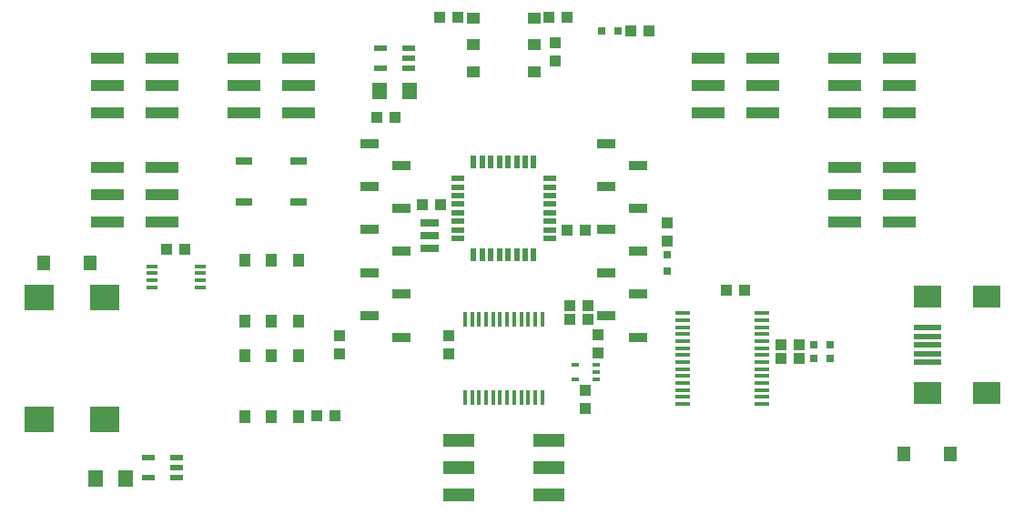
<source format=gbr>
G04 EAGLE Gerber RS-274X export*
G75*
%MOMM*%
%FSLAX34Y34*%
%LPD*%
%INSolderpaste Top*%
%IPPOS*%
%AMOC8*
5,1,8,0,0,1.08239X$1,22.5*%
G01*
%ADD10R,1.270000X0.558800*%
%ADD11R,0.558800X1.270000*%
%ADD12R,1.100000X1.000000*%
%ADD13R,1.397000X0.348000*%
%ADD14R,0.348000X1.397000*%
%ADD15R,2.800000X2.400000*%
%ADD16R,1.000000X1.100000*%
%ADD17R,1.000000X1.150000*%
%ADD18R,1.270000X1.470000*%
%ADD19R,2.500000X0.500000*%
%ADD20R,2.500000X2.000000*%
%ADD21R,1.200000X0.550000*%
%ADD22R,1.700000X0.700000*%
%ADD23R,3.000000X1.250000*%
%ADD24R,1.700000X0.850000*%
%ADD25R,1.150000X1.000000*%
%ADD26R,3.170000X1.000000*%
%ADD27R,1.524000X0.762000*%
%ADD28R,0.800000X0.800000*%
%ADD29R,1.400000X1.600000*%
%ADD30R,1.100000X0.400000*%
%ADD31R,0.700000X0.420000*%


D10*
X426974Y320100D03*
X426974Y312100D03*
X426974Y304100D03*
X426974Y296100D03*
X426974Y288100D03*
X426974Y280100D03*
X426974Y272100D03*
X426974Y264100D03*
D11*
X441900Y249174D03*
X449900Y249174D03*
X457900Y249174D03*
X465900Y249174D03*
X473900Y249174D03*
X481900Y249174D03*
X489900Y249174D03*
X497900Y249174D03*
D10*
X512826Y264100D03*
X512826Y272100D03*
X512826Y280100D03*
X512826Y288100D03*
X512826Y296100D03*
X512826Y304100D03*
X512826Y312100D03*
X512826Y320100D03*
D11*
X497900Y335026D03*
X489900Y335026D03*
X481900Y335026D03*
X473900Y335026D03*
X465900Y335026D03*
X457900Y335026D03*
X449900Y335026D03*
X441900Y335026D03*
D12*
X411090Y295910D03*
X394090Y295910D03*
X528710Y271780D03*
X545710Y271780D03*
X548250Y201930D03*
X531250Y201930D03*
D13*
X709660Y194650D03*
X709660Y188150D03*
X709660Y181650D03*
X709660Y175150D03*
X709660Y168650D03*
X709660Y162150D03*
X709660Y155650D03*
X709660Y142650D03*
X709660Y149150D03*
X709660Y136150D03*
X709660Y129650D03*
X709660Y123150D03*
X709660Y116650D03*
X709660Y110150D03*
X636540Y194650D03*
X636540Y188150D03*
X636540Y181650D03*
X636540Y175150D03*
X636540Y168650D03*
X636540Y162150D03*
X636540Y155650D03*
X636540Y149150D03*
X636540Y142650D03*
X636540Y136150D03*
X636540Y129650D03*
X636540Y123150D03*
X636540Y116650D03*
X636540Y110150D03*
D14*
X434150Y188960D03*
X440650Y188960D03*
X447150Y188960D03*
X460150Y188960D03*
X453650Y188960D03*
X466650Y188960D03*
X473150Y188960D03*
X479650Y188960D03*
X486150Y188960D03*
X492650Y188960D03*
X434150Y115840D03*
X440650Y115840D03*
X447150Y115840D03*
X453650Y115840D03*
X460150Y115840D03*
X466650Y115840D03*
X473150Y115840D03*
X479650Y115840D03*
X486150Y115840D03*
X492650Y115840D03*
X499150Y115840D03*
X505650Y115840D03*
X505650Y188960D03*
X499150Y188960D03*
D15*
X38100Y209400D03*
X38100Y95400D03*
X99100Y209400D03*
X99100Y95400D03*
D16*
X419100Y156600D03*
X419100Y173600D03*
D12*
X677300Y215900D03*
X694300Y215900D03*
X352180Y377190D03*
X369180Y377190D03*
D17*
X229000Y98750D03*
X254000Y98750D03*
X279000Y98750D03*
X229000Y155250D03*
X254000Y155250D03*
X279000Y155250D03*
X229000Y187650D03*
X254000Y187650D03*
X279000Y187650D03*
X229000Y244150D03*
X254000Y244150D03*
X279000Y244150D03*
D18*
X42000Y241300D03*
X85000Y241300D03*
D19*
X864000Y165100D03*
X864000Y157100D03*
X864000Y181100D03*
X864000Y173100D03*
D20*
X919000Y210100D03*
X919000Y120100D03*
X864000Y210100D03*
X864000Y120100D03*
D19*
X864000Y149100D03*
D21*
X165401Y41300D03*
X165401Y50800D03*
X165401Y60300D03*
X139399Y60300D03*
X139399Y41300D03*
D22*
X401320Y278700D03*
X401320Y266700D03*
X401320Y254700D03*
D23*
X427850Y25400D03*
X427850Y50800D03*
X427850Y76200D03*
X511950Y76200D03*
X511950Y50800D03*
X511950Y25400D03*
D18*
X885100Y63500D03*
X842100Y63500D03*
D24*
X374900Y172400D03*
X344900Y192400D03*
X374900Y212400D03*
X344900Y232400D03*
X374900Y252400D03*
X344900Y272400D03*
X374900Y292400D03*
X344900Y312400D03*
X374900Y332400D03*
X344900Y352400D03*
X594900Y172400D03*
X564900Y192400D03*
X594900Y212400D03*
X564900Y232400D03*
X594900Y252400D03*
X564900Y272400D03*
X594900Y292400D03*
X564900Y312400D03*
X594900Y332400D03*
X564900Y352400D03*
D25*
X498150Y419500D03*
X498150Y444500D03*
X498150Y469500D03*
X441650Y419500D03*
X441650Y444500D03*
X441650Y469500D03*
D12*
X410600Y469900D03*
X427600Y469900D03*
X529200Y469900D03*
X512200Y469900D03*
D21*
X381301Y422300D03*
X381301Y431800D03*
X381301Y441300D03*
X355299Y441300D03*
X355299Y422300D03*
D26*
X279400Y406400D03*
X228600Y406400D03*
X228600Y381000D03*
X279400Y381000D03*
X279400Y431800D03*
X228600Y431800D03*
X711200Y406400D03*
X660400Y406400D03*
X660400Y381000D03*
X711200Y381000D03*
X711200Y431800D03*
X660400Y431800D03*
X152400Y406400D03*
X101600Y406400D03*
X101600Y381000D03*
X152400Y381000D03*
X152400Y431800D03*
X101600Y431800D03*
X152400Y304800D03*
X101600Y304800D03*
X101600Y279400D03*
X152400Y279400D03*
X152400Y330200D03*
X101600Y330200D03*
X838200Y406400D03*
X787400Y406400D03*
X787400Y381000D03*
X838200Y381000D03*
X838200Y431800D03*
X787400Y431800D03*
X838200Y304800D03*
X787400Y304800D03*
X787400Y279400D03*
X838200Y279400D03*
X838200Y330200D03*
X787400Y330200D03*
D12*
X531250Y189230D03*
X548250Y189230D03*
D27*
X228600Y336550D03*
X279400Y336550D03*
X228600Y298450D03*
X279400Y298450D03*
D28*
X758310Y152400D03*
X773310Y152400D03*
X622300Y233800D03*
X622300Y248800D03*
D12*
X745100Y152400D03*
X728100Y152400D03*
X745100Y165100D03*
X728100Y165100D03*
D16*
X622300Y262010D03*
X622300Y279010D03*
D28*
X758310Y165100D03*
X773310Y165100D03*
X561460Y457200D03*
X576460Y457200D03*
D12*
X588400Y457200D03*
X605400Y457200D03*
D29*
X382300Y401320D03*
X354300Y401320D03*
X90140Y40640D03*
X118140Y40640D03*
D16*
X317500Y173600D03*
X317500Y156600D03*
D12*
X296300Y99060D03*
X313300Y99060D03*
D16*
X518160Y429650D03*
X518160Y446650D03*
D30*
X187600Y218850D03*
X187600Y225350D03*
X187600Y231850D03*
X187600Y238350D03*
X142600Y238350D03*
X142600Y231850D03*
X142600Y225350D03*
X142600Y218850D03*
D12*
X156600Y254000D03*
X173600Y254000D03*
D31*
X536600Y133200D03*
X536600Y146200D03*
X555600Y133200D03*
X555600Y146200D03*
X555600Y139700D03*
D16*
X557530Y157870D03*
X557530Y174870D03*
X546100Y105800D03*
X546100Y122800D03*
M02*

</source>
